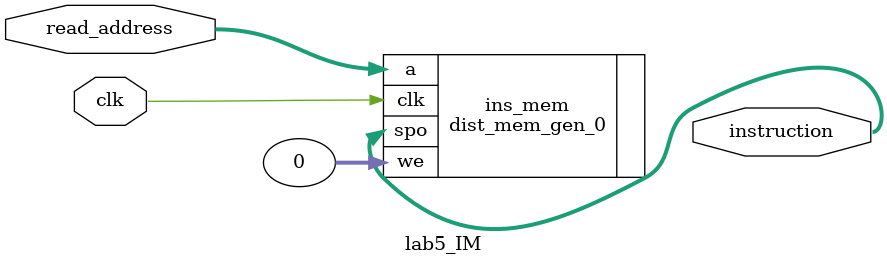
<source format=v>
module lab5_IM(
input clk,
input [7:0] read_address,
output [31:0] instruction
);
dist_mem_gen_0 ins_mem
 (
    .a(read_address),
    .clk(clk),
    .we(0),
    .spo(instruction)
);

endmodule
</source>
